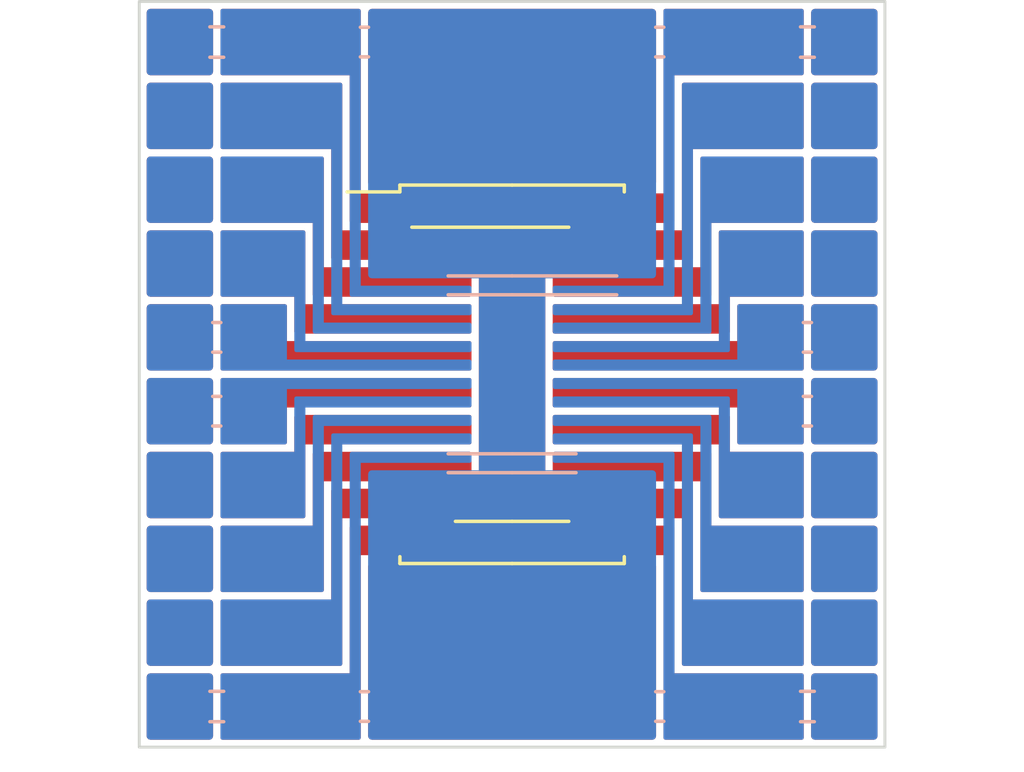
<source format=kicad_pcb>
(kicad_pcb (version 20211014) (generator pcbnew)
  (layers (0 "F.Cu" signal) (31 "B.Cu" signal) (34 "B.Paste" user) (35 "F.Paste" user) (36 "B.SilkS" user "B.Silkscreen") (37 "F.SilkS" user "F.Silkscreen") (38 "B.Mask" user) (39 "F.Mask" user) (44 "Edge.Cuts" user))
  (net 0 "")
  (footprint "Package_SO:SOIC-20W_7.5x12.8mm_P1.27mm" (layer "F.Cu") (at 152.4 101.6)
    (fp_text reference "REF**" hide)
    (fp_text value "SOIC-20W_7.5x12.8mm_P1.27mm")
    (fp_line (start 0 -6.51) (end -3.86 -6.51) (layer "F.SilkS") (width 0.12))
    (fp_line (start 0 6.51) (end 3.86 6.51) (layer "F.SilkS") (width 0.12))
    (fp_line (start -3.86 -6.275) (end -5.675 -6.275) (layer "F.SilkS") (width 0.12))
    (fp_line (start 3.86 -6.51) (end 3.86 -6.275) (layer "F.SilkS") (width 0.12))
    (fp_line (start 0 -6.51) (end 3.86 -6.51) (layer "F.SilkS") (width 0.12))
    (fp_line (start 0 6.51) (end -3.86 6.51) (layer "F.SilkS") (width 0.12))
    (fp_line (start 3.86 6.51) (end 3.86 6.275) (layer "F.SilkS") (width 0.12))
    (fp_line (start -3.86 -6.51) (end -3.86 -6.275) (layer "F.SilkS") (width 0.12))
    (fp_line (start -3.86 6.51) (end -3.86 6.275) (layer "F.SilkS") (width 0.12))
  )
  (footprint "Package_SO:SOIC-16_3.9x9.9mm_P1.27mm" (layer "F.Cu") (at 152.4 101.6)
    (fp_text reference "REF**" hide)
    (fp_text value "SOIC-16_3.9x9.9mm_P1.27mm")
    (fp_line (start 0 5.06) (end 1.95 5.06) (layer "F.SilkS") (width 0.12))
    (fp_line (start 0 5.06) (end -1.95 5.06) (layer "F.SilkS") (width 0.12))
    (fp_line (start 0 -5.06) (end -3.45 -5.06) (layer "F.SilkS") (width 0.12))
    (fp_line (start 0 -5.06) (end 1.95 -5.06) (layer "F.SilkS") (width 0.12))
  )
  (footprint "Resistor_SMD:R_0603_1608Metric" (layer "B.Cu") (at 162.56 90.17 180)
    (fp_text reference "REF**" hide)
    (fp_text value "R_0603_1608Metric")
    (fp_line (start -0.237258 0.5225) (end 0.237258 0.5225) (layer "B.SilkS") (width 0.12))
    (fp_line (start -0.237258 -0.5225) (end 0.237258 -0.5225) (layer "B.SilkS") (width 0.12))
  )
  (footprint "Capacitor_SMD:C_0603_1608Metric" (layer "B.Cu") (at 142.24 102.87 180)
    (fp_text reference "REF**" hide)
    (fp_text value "C_0603_1608Metric")
    (fp_line (start -0.14058 0.51) (end 0.14058 0.51) (layer "B.SilkS") (width 0.12))
    (fp_line (start -0.14058 -0.51) (end 0.14058 -0.51) (layer "B.SilkS") (width 0.12))
  )
  (footprint "Capacitor_SMD:C_0603_1608Metric" (layer "B.Cu") (at 147.32 90.17 180)
    (fp_text reference "REF**" hide)
    (fp_text value "C_0603_1608Metric")
    (fp_line (start -0.14058 0.51) (end 0.14058 0.51) (layer "B.SilkS") (width 0.12))
    (fp_line (start -0.14058 -0.51) (end 0.14058 -0.51) (layer "B.SilkS") (width 0.12))
  )
  (footprint "Package_SO:TSSOP-20_4.4x6.5mm_P0.65mm" (layer "B.Cu") (at 152.4 101.6 180)
    (fp_text reference "REF**" hide)
    (fp_text value "TSSOP-20_4.4x6.5mm_P0.65mm")
    (fp_line (start 0 -3.385) (end 2.2 -3.385) (layer "B.SilkS") (width 0.12))
    (fp_line (start 0 3.385) (end 2.2 3.385) (layer "B.SilkS") (width 0.12))
    (fp_line (start 0 -3.385) (end -2.2 -3.385) (layer "B.SilkS") (width 0.12))
    (fp_line (start 0 3.385) (end -3.6 3.385) (layer "B.SilkS") (width 0.12))
  )
  (footprint "Capacitor_SMD:C_0603_1608Metric" (layer "B.Cu") (at 162.56 102.87 180)
    (fp_text reference "REF**" hide)
    (fp_text value "C_0603_1608Metric")
    (fp_line (start -0.14058 0.51) (end 0.14058 0.51) (layer "B.SilkS") (width 0.12))
    (fp_line (start -0.14058 -0.51) (end 0.14058 -0.51) (layer "B.SilkS") (width 0.12))
  )
  (footprint "Capacitor_SMD:C_0603_1608Metric" (layer "B.Cu") (at 157.48 113.03 180)
    (fp_text reference "REF**" hide)
    (fp_text value "C_0603_1608Metric")
    (fp_line (start -0.14058 0.51) (end 0.14058 0.51) (layer "B.SilkS") (width 0.12))
    (fp_line (start -0.14058 -0.51) (end 0.14058 -0.51) (layer "B.SilkS") (width 0.12))
  )
  (footprint "Capacitor_SMD:C_0603_1608Metric" (layer "B.Cu") (at 162.56 100.33 180)
    (fp_text reference "REF**" hide)
    (fp_text value "C_0603_1608Metric")
    (fp_line (start -0.14058 0.51) (end 0.14058 0.51) (layer "B.SilkS") (width 0.12))
    (fp_line (start -0.14058 -0.51) (end 0.14058 -0.51) (layer "B.SilkS") (width 0.12))
  )
  (footprint "Resistor_SMD:R_0603_1608Metric" (layer "B.Cu") (at 142.24 90.17 180)
    (fp_text reference "REF**" hide)
    (fp_text value "R_0603_1608Metric")
    (fp_line (start -0.237258 0.5225) (end 0.237258 0.5225) (layer "B.SilkS") (width 0.12))
    (fp_line (start -0.237258 -0.5225) (end 0.237258 -0.5225) (layer "B.SilkS") (width 0.12))
  )
  (footprint "Capacitor_SMD:C_0603_1608Metric" (layer "B.Cu") (at 157.48 90.17 180)
    (fp_text reference "REF**" hide)
    (fp_text value "C_0603_1608Metric")
    (fp_line (start -0.14058 0.51) (end 0.14058 0.51) (layer "B.SilkS") (width 0.12))
    (fp_line (start -0.14058 -0.51) (end 0.14058 -0.51) (layer "B.SilkS") (width 0.12))
  )
  (footprint "Capacitor_SMD:C_0603_1608Metric" (layer "B.Cu") (at 147.32 113.03 180)
    (fp_text reference "REF**" hide)
    (fp_text value "C_0603_1608Metric")
    (fp_line (start -0.14058 0.51) (end 0.14058 0.51) (layer "B.SilkS") (width 0.12))
    (fp_line (start -0.14058 -0.51) (end 0.14058 -0.51) (layer "B.SilkS") (width 0.12))
  )
  (footprint "Resistor_SMD:R_0603_1608Metric" (layer "B.Cu") (at 162.56 113.03 180)
    (fp_text reference "REF**" hide)
    (fp_text value "R_0603_1608Metric")
    (fp_line (start -0.237258 0.5225) (end 0.237258 0.5225) (layer "B.SilkS") (width 0.12))
    (fp_line (start -0.237258 -0.5225) (end 0.237258 -0.5225) (layer "B.SilkS") (width 0.12))
  )
  (footprint "Package_SO:TSSOP-16_4.4x5mm_P0.65mm" (layer "B.Cu") (at 152.4 101.6 180)
    (fp_text reference "REF**" hide)
    (fp_text value "TSSOP-16_4.4x5mm_P0.65mm")
    (fp_line (start 0 -2.735) (end 2.2 -2.735) (layer "B.SilkS") (width 0.12))
    (fp_line (start 0 -2.735) (end -2.2 -2.735) (layer "B.SilkS") (width 0.12))
    (fp_line (start 0 2.735) (end -3.6 2.735) (layer "B.SilkS") (width 0.12))
    (fp_line (start 0 2.735) (end 2.2 2.735) (layer "B.SilkS") (width 0.12))
  )
  (footprint "Resistor_SMD:R_0603_1608Metric" (layer "B.Cu") (at 142.24 113.03 180)
    (fp_text reference "REF**" hide)
    (fp_text value "R_0603_1608Metric")
    (fp_line (start -0.237258 0.5225) (end 0.237258 0.5225) (layer "B.SilkS") (width 0.12))
    (fp_line (start -0.237258 -0.5225) (end 0.237258 -0.5225) (layer "B.SilkS") (width 0.12))
  )
  (footprint "Capacitor_SMD:C_0603_1608Metric" (layer "B.Cu") (at 142.24 100.33 180)
    (fp_text reference "REF**" hide)
    (fp_text value "C_0603_1608Metric")
    (fp_line (start -0.14058 0.51) (end 0.14058 0.51) (layer "B.SilkS") (width 0.12))
    (fp_line (start -0.14058 -0.51) (end 0.14058 -0.51) (layer "B.SilkS") (width 0.12))
  )
  (gr_rect (start 139.573 88.773) (end 165.227 114.427) (layer "Edge.Cuts") (width 0.1) (fill none))
  (zone (net 0) (net_name "") (layer "F.Cu") (connect_pads yes (clearance 0.127)) (min_thickness 0.127) (fill yes (thermal_gap 0.127) (thermal_bridge_width 0.508) (island_removal_mode 1) (island_area_min 0))
    (polygon (pts (xy 153.797 96.647) (xy 158.242 96.647) (xy 158.242 91.567) (xy 162.433 91.567) (xy 162.433 93.853) (xy 158.623 93.853) (xy 158.623 97.663) (xy 153.797 97.663)))
  )
  (zone (net 0) (net_name "") (layer "F.Cu") (connect_pads (clearance 0.127)) (min_thickness 0.254) (fill yes (thermal_gap 0.508) (thermal_bridge_width 0.508))
    (polygon (pts (xy 164.973 93.853) (xy 162.687 93.853) (xy 162.687 91.567) (xy 164.973 91.567)))
  )
  (zone (net 0) (net_name "") (layer "F.Cu") (connect_pads (clearance 0.127)) (min_thickness 0.254) (fill yes (thermal_gap 0.508) (thermal_bridge_width 0.508))
    (polygon (pts (xy 142.113 96.393) (xy 139.827 96.393) (xy 139.827 94.107) (xy 142.113 94.107)))
  )
  (zone (net 0) (net_name "") (layer "F.Cu") (connect_pads (clearance 0.127)) (min_thickness 0.254) (fill yes (thermal_gap 0.508) (thermal_bridge_width 0.508))
    (polygon (pts (xy 142.113 106.553) (xy 139.827 106.553) (xy 139.827 104.267) (xy 142.113 104.267)))
  )
  (zone (net 0) (net_name "") (layer "F.Cu") (connect_pads (clearance 0.127)) (min_thickness 0.254) (fill yes (thermal_gap 0.508) (thermal_bridge_width 0.508))
    (polygon (pts (xy 142.113 114.173) (xy 139.827 114.173) (xy 139.827 111.887) (xy 142.113 111.887)))
  )
  (zone (net 0) (net_name "") (layer "F.Cu") (connect_pads yes (clearance 0.127)) (min_thickness 0.127) (fill yes (thermal_gap 0.127) (thermal_bridge_width 0.508) (island_removal_mode 1) (island_area_min 0))
    (polygon (pts (xy 153.797 99.187) (xy 159.512 99.187) (xy 159.512 96.647) (xy 162.433 96.647) (xy 162.433 98.933) (xy 159.893 98.933) (xy 159.893 100.203) (xy 153.797 100.203)))
  )
  (zone (net 0) (net_name "") (layer "F.Cu") (connect_pads yes (clearance 0.127)) (min_thickness 0.127) (fill yes (thermal_gap 0.127) (thermal_bridge_width 0.508) (island_removal_mode 1) (island_area_min 0))
    (polygon (pts (xy 159.512 106.553) (xy 159.512 104.013) (xy 153.797 104.013) (xy 153.797 102.997) (xy 159.893 102.997) (xy 159.893 104.267) (xy 162.433 104.267) (xy 162.433 106.553)))
  )
  (zone (net 0) (net_name "") (layer "F.Cu") (connect_pads (clearance 0.127)) (min_thickness 0.254) (fill yes (thermal_gap 0.508) (thermal_bridge_width 0.508))
    (polygon (pts (xy 157.353 95.123) (xy 153.543 95.123) (xy 153.543 108.077) (xy 157.353 108.077) (xy 157.353 114.173) (xy 147.447 114.173) (xy 147.447 108.077) (xy 151.257 108.077) (xy 151.257 95.123) (xy 147.447 95.123) (xy 147.447 89.027) (xy 157.353 89.027)))
  )
  (zone (net 0) (net_name "") (layer "F.Cu") (connect_pads (clearance 0.127)) (min_thickness 0.254) (fill yes (thermal_gap 0.508) (thermal_bridge_width 0.508))
    (polygon (pts (xy 164.973 96.393) (xy 162.687 96.393) (xy 162.687 94.107) (xy 164.973 94.107)))
  )
  (zone (net 0) (net_name "") (layer "F.Cu") (connect_pads (clearance 0.127)) (min_thickness 0.254) (fill yes (thermal_gap 0.508) (thermal_bridge_width 0.508))
    (polygon (pts (xy 142.113 109.093) (xy 139.827 109.093) (xy 139.827 106.807) (xy 142.113 106.807)))
  )
  (zone (net 0) (net_name "") (layer "F.Cu") (connect_pads (clearance 0.127)) (min_thickness 0.254) (fill yes (thermal_gap 0.508) (thermal_bridge_width 0.508))
    (polygon (pts (xy 164.973 106.553) (xy 162.687 106.553) (xy 162.687 104.267) (xy 164.973 104.267)))
  )
  (zone (net 0) (net_name "") (layer "F.Cu") (connect_pads yes (clearance 0.127)) (min_thickness 0.127) (fill yes (thermal_gap 0.127) (thermal_bridge_width 0.508) (island_removal_mode 1) (island_area_min 0))
    (polygon (pts (xy 158.877 109.093) (xy 158.877 105.283) (xy 153.797 105.283) (xy 153.797 104.267) (xy 159.258 104.267) (xy 159.258 106.807) (xy 162.433 106.807) (xy 162.433 109.093)))
  )
  (zone (net 0) (net_name "") (layer "F.Cu") (connect_pads (clearance 0.127)) (min_thickness 0.254) (fill yes (thermal_gap 0.508) (thermal_bridge_width 0.508))
    (polygon (pts (xy 164.973 109.093) (xy 162.687 109.093) (xy 162.687 106.807) (xy 164.973 106.807)))
  )
  (zone (net 0) (net_name "") (layer "F.Cu") (connect_pads (clearance 0.127)) (min_thickness 0.254) (fill yes (thermal_gap 0.508) (thermal_bridge_width 0.508))
    (polygon (pts (xy 142.113 104.013) (xy 139.827 104.013) (xy 139.827 101.727) (xy 142.113 101.727)))
  )
  (zone (net 0) (net_name "") (layer "F.Cu") (connect_pads yes (clearance 0.127)) (min_thickness 0.127) (fill yes (thermal_gap 0.127) (thermal_bridge_width 0.508) (island_removal_mode 1) (island_area_min 0))
    (polygon (pts (xy 158.242 111.633) (xy 158.242 106.553) (xy 153.797 106.553) (xy 153.797 105.537) (xy 158.623 105.537) (xy 158.623 109.347) (xy 162.433 109.347) (xy 162.433 111.633)))
  )
  (zone (net 0) (net_name "") (layer "F.Cu") (connect_pads yes (clearance 0.127)) (min_thickness 0.127) (fill yes (thermal_gap 0.127) (thermal_bridge_width 0.508) (island_removal_mode 1) (island_area_min 0))
    (polygon (pts (xy 145.923 94.107) (xy 145.923 97.917) (xy 151.003 97.917) (xy 151.003 98.933) (xy 145.542 98.933) (xy 145.542 96.393) (xy 142.367 96.393) (xy 142.367 94.107)))
  )
  (zone (net 0) (net_name "") (layer "F.Cu") (connect_pads (clearance 0.127)) (min_thickness 0.254) (fill yes (thermal_gap 0.508) (thermal_bridge_width 0.508))
    (polygon (pts (xy 164.973 111.633) (xy 162.687 111.633) (xy 162.687 109.347) (xy 164.973 109.347)))
  )
  (zone (net 0) (net_name "") (layer "F.Cu") (connect_pads yes (clearance 0.127)) (min_thickness 0.127) (fill yes (thermal_gap 0.127) (thermal_bridge_width 0.508) (island_removal_mode 1) (island_area_min 0))
    (polygon (pts (xy 151.003 102.743) (xy 144.653 102.743) (xy 144.653 104.013) (xy 142.367 104.013) (xy 142.367 101.727) (xy 151.003 101.727)))
  )
  (zone (net 0) (net_name "") (layer "F.Cu") (connect_pads (clearance 0.127)) (min_thickness 0.254) (fill yes (thermal_gap 0.508) (thermal_bridge_width 0.508))
    (polygon (pts (xy 164.973 101.473) (xy 162.687 101.473) (xy 162.687 99.187) (xy 164.973 99.187)))
  )
  (zone (net 0) (net_name "") (layer "F.Cu") (connect_pads yes (clearance 0.127)) (min_thickness 0.127) (fill yes (thermal_gap 0.127) (thermal_bridge_width 0.508) (island_removal_mode 1) (island_area_min 0))
    (polygon (pts (xy 157.607 114.173) (xy 157.607 107.823) (xy 153.797 107.823) (xy 153.797 106.807) (xy 157.988 106.807) (xy 157.988 111.887) (xy 162.433 111.887) (xy 162.433 114.173)))
  )
  (zone (net 0) (net_name "") (layer "F.Cu") (connect_pads yes (clearance 0.127)) (min_thickness 0.127) (fill yes (thermal_gap 0.127) (thermal_bridge_width 0.508) (island_removal_mode 1) (island_area_min 0))
    (polygon (pts (xy 153.797 100.457) (xy 160.147 100.457) (xy 160.147 99.187) (xy 162.433 99.187) (xy 162.433 101.473) (xy 153.797 101.473)))
  )
  (zone (net 0) (net_name "") (layer "F.Cu") (connect_pads yes (clearance 0.127)) (min_thickness 0.127) (fill yes (thermal_gap 0.127) (thermal_bridge_width 0.508) (island_removal_mode 1) (island_area_min 0))
    (polygon (pts (xy 146.558 91.567) (xy 146.558 96.647) (xy 151.003 96.647) (xy 151.003 97.663) (xy 146.177 97.663) (xy 146.177 93.853) (xy 142.367 93.853) (xy 142.367 91.567)))
  )
  (zone (net 0) (net_name "") (layer "F.Cu") (connect_pads yes (clearance 0.127)) (min_thickness 0.127) (fill yes (thermal_gap 0.127) (thermal_bridge_width 0.508) (island_removal_mode 1) (island_area_min 0))
    (polygon (pts (xy 151.003 106.553) (xy 146.558 106.553) (xy 146.558 111.633) (xy 142.367 111.633) (xy 142.367 109.347) (xy 146.177 109.347) (xy 146.177 105.537) (xy 151.003 105.537)))
  )
  (zone (net 0) (net_name "") (layer "F.Cu") (connect_pads (clearance 0.127)) (min_thickness 0.254) (fill yes (thermal_gap 0.508) (thermal_bridge_width 0.508))
    (polygon (pts (xy 164.973 91.313) (xy 162.687 91.313) (xy 162.687 89.027) (xy 164.973 89.027)))
  )
  (zone (net 0) (net_name "") (layer "F.Cu") (connect_pads yes (clearance 0.127)) (min_thickness 0.127) (fill yes (thermal_gap 0.127) (thermal_bridge_width 0.508) (island_removal_mode 1) (island_area_min 0))
    (polygon (pts (xy 153.797 97.917) (xy 158.877 97.917) (xy 158.877 94.107) (xy 162.433 94.107) (xy 162.433 96.393) (xy 159.258 96.393) (xy 159.258 98.933) (xy 153.797 98.933)))
  )
  (zone (net 0) (net_name "") (layer "F.Cu") (connect_pads yes (clearance 0.127)) (min_thickness 0.127) (fill yes (thermal_gap 0.127) (thermal_bridge_width 0.508) (island_removal_mode 1) (island_area_min 0))
    (polygon (pts (xy 147.193 89.027) (xy 147.193 95.377) (xy 151.003 95.377) (xy 151.003 96.393) (xy 146.812 96.393) (xy 146.812 91.313) (xy 142.367 91.313) (xy 142.367 89.027)))
  )
  (zone (net 0) (net_name "") (layer "F.Cu") (connect_pads (clearance 0.127)) (min_thickness 0.254) (fill yes (thermal_gap 0.508) (thermal_bridge_width 0.508))
    (polygon (pts (xy 142.113 101.473) (xy 139.827 101.473) (xy 139.827 99.187) (xy 142.113 99.187)))
  )
  (zone (net 0) (net_name "") (layer "F.Cu") (connect_pads yes (clearance 0.127)) (min_thickness 0.127) (fill yes (thermal_gap 0.127) (thermal_bridge_width 0.508) (island_removal_mode 1) (island_area_min 0))
    (polygon (pts (xy 153.797 95.377) (xy 157.607 95.377) (xy 157.607 89.027) (xy 162.433 89.027) (xy 162.433 91.313) (xy 157.988 91.313) (xy 157.988 96.393) (xy 153.797 96.393)))
  )
  (zone (net 0) (net_name "") (layer "F.Cu") (connect_pads (clearance 0.127)) (min_thickness 0.254) (fill yes (thermal_gap 0.508) (thermal_bridge_width 0.508))
    (polygon (pts (xy 164.973 104.013) (xy 162.687 104.013) (xy 162.687 101.727) (xy 164.973 101.727)))
  )
  (zone (net 0) (net_name "") (layer "F.Cu") (connect_pads yes (clearance 0.127)) (min_thickness 0.127) (fill yes (thermal_gap 0.127) (thermal_bridge_width 0.508) (island_removal_mode 1) (island_area_min 0))
    (polygon (pts (xy 160.147 102.743) (xy 153.797 102.743) (xy 153.797 101.727) (xy 162.433 101.727) (xy 162.433 104.013) (xy 160.147 104.013)))
  )
  (zone (net 0) (net_name "") (layer "F.Cu") (connect_pads (clearance 0.127)) (min_thickness 0.254) (fill yes (thermal_gap 0.508) (thermal_bridge_width 0.508))
    (polygon (pts (xy 164.973 98.933) (xy 162.687 98.933) (xy 162.687 96.647) (xy 164.973 96.647)))
  )
  (zone (net 0) (net_name "") (layer "F.Cu") (connect_pads (clearance 0.127)) (min_thickness 0.254) (fill yes (thermal_gap 0.508) (thermal_bridge_width 0.508))
    (polygon (pts (xy 142.113 111.633) (xy 139.827 111.633) (xy 139.827 109.347) (xy 142.113 109.347)))
  )
  (zone (net 0) (net_name "") (layer "F.Cu") (connect_pads yes (clearance 0.127)) (min_thickness 0.127) (fill yes (thermal_gap 0.127) (thermal_bridge_width 0.508) (island_removal_mode 1) (island_area_min 0))
    (polygon (pts (xy 145.288 96.647) (xy 145.288 99.187) (xy 151.003 99.187) (xy 151.003 100.203) (xy 144.907 100.203) (xy 144.907 98.933) (xy 142.367 98.933) (xy 142.367 96.647)))
  )
  (zone (net 0) (net_name "") (layer "F.Cu") (connect_pads (clearance 0.127)) (min_thickness 0.254) (fill yes (thermal_gap 0.508) (thermal_bridge_width 0.508))
    (polygon (pts (xy 142.113 93.853) (xy 139.827 93.853) (xy 139.827 91.567) (xy 142.113 91.567)))
  )
  (zone (net 0) (net_name "") (layer "F.Cu") (connect_pads (clearance 0.127)) (min_thickness 0.254) (fill yes (thermal_gap 0.508) (thermal_bridge_width 0.508))
    (polygon (pts (xy 142.113 98.933) (xy 139.827 98.933) (xy 139.827 96.647) (xy 142.113 96.647)))
  )
  (zone (net 0) (net_name "") (layer "F.Cu") (connect_pads yes (clearance 0.127)) (min_thickness 0.127) (fill yes (thermal_gap 0.127) (thermal_bridge_width 0.508) (island_removal_mode 1) (island_area_min 0))
    (polygon (pts (xy 151.003 107.823) (xy 147.193 107.823) (xy 147.193 114.173) (xy 142.367 114.173) (xy 142.367 111.887) (xy 146.812 111.887) (xy 146.812 106.807) (xy 151.003 106.807)))
  )
  (zone (net 0) (net_name "") (layer "F.Cu") (connect_pads yes (clearance 0.127)) (min_thickness 0.127) (fill yes (thermal_gap 0.127) (thermal_bridge_width 0.508) (island_removal_mode 1) (island_area_min 0))
    (polygon (pts (xy 144.653 100.457) (xy 151.003 100.457) (xy 151.003 101.473) (xy 142.367 101.473) (xy 142.367 99.187) (xy 144.653 99.187)))
  )
  (zone (net 0) (net_name "") (layer "F.Cu") (connect_pads yes (clearance 0.127)) (min_thickness 0.127) (fill yes (thermal_gap 0.127) (thermal_bridge_width 0.508) (island_removal_mode 1) (island_area_min 0))
    (polygon (pts (xy 151.003 105.283) (xy 145.923 105.283) (xy 145.923 109.093) (xy 142.367 109.093) (xy 142.367 106.807) (xy 145.542 106.807) (xy 145.542 104.267) (xy 151.003 104.267)))
  )
  (zone (net 0) (net_name "") (layer "F.Cu") (connect_pads yes (clearance 0.127)) (min_thickness 0.127) (fill yes (thermal_gap 0.127) (thermal_bridge_width 0.508) (island_removal_mode 1) (island_area_min 0))
    (polygon (pts (xy 151.003 104.013) (xy 145.288 104.013) (xy 145.288 106.553) (xy 142.367 106.553) (xy 142.367 104.267) (xy 144.907 104.267) (xy 144.907 102.997) (xy 151.003 102.997)))
  )
  (zone (net 0) (net_name "") (layer "F.Cu") (connect_pads (clearance 0.127)) (min_thickness 0.254) (fill yes (thermal_gap 0.508) (thermal_bridge_width 0.508))
    (polygon (pts (xy 164.973 114.173) (xy 162.687 114.173) (xy 162.687 111.887) (xy 164.973 111.887)))
  )
  (zone (net 0) (net_name "") (layer "F.Cu") (connect_pads (clearance 0.127)) (min_thickness 0.254) (fill yes (thermal_gap 0.508) (thermal_bridge_width 0.508))
    (polygon (pts (xy 142.113 91.313) (xy 139.827 91.313) (xy 139.827 89.027) (xy 142.113 89.027)))
  )
  (zone (net 0) (net_name "") (layer "B.Cu") (connect_pads yes (clearance 0.127)) (min_thickness 0.127) (fill yes (thermal_gap 0.127) (thermal_bridge_width 0.508) (island_removal_mode 1) (island_area_min 0))
    (polygon (pts (xy 151.003 100.457) (xy 145.288 100.457) (xy 145.288 96.647) (xy 142.367 96.647) (xy 142.367 98.933) (xy 144.907 98.933) (xy 144.907 100.838) (xy 151.003 100.838)))
  )
  (zone (net 0) (net_name "") (layer "B.Cu") (connect_pads yes (clearance 0.127)) (min_thickness 0.127) (fill yes (thermal_gap 0.127) (thermal_bridge_width 0.508) (island_removal_mode 1) (island_area_min 0))
    (polygon (pts (xy 151.003 99.187) (xy 146.558 99.187) (xy 146.558 91.567) (xy 142.367 91.567) (xy 142.367 93.853) (xy 146.177 93.853) (xy 146.177 99.568) (xy 151.003 99.568)))
  )
  (zone (net 0) (net_name "") (layer "B.Cu") (connect_pads (clearance 0.127)) (min_thickness 0.254) (fill yes (thermal_gap 0.508) (thermal_bridge_width 0.508))
    (polygon (pts (xy 147.447 98.298) (xy 151.257 98.298) (xy 151.257 104.902) (xy 147.447 104.902) (xy 147.447 114.173) (xy 157.353 114.173) (xy 157.353 104.902) (xy 153.543 104.902) (xy 153.543 98.298) (xy 157.353 98.298) (xy 157.353 89.027) (xy 147.447 89.027)))
  )
  (zone (net 0) (net_name "") (layer "B.Cu") (connect_pads yes (clearance 0.127)) (min_thickness 0.127) (fill yes (thermal_gap 0.127) (thermal_bridge_width 0.508) (island_removal_mode 1) (island_area_min 0))
    (polygon (pts (xy 158.242 91.567) (xy 158.242 99.187) (xy 153.797 99.187) (xy 153.797 99.568) (xy 158.623 99.568) (xy 158.623 93.853) (xy 162.433 93.853) (xy 162.433 91.567)))
  )
  (zone (net 0) (net_name "") (layer "B.Cu") (connect_pads (clearance 0.127)) (min_thickness 0.254) (fill yes (thermal_gap 0.508) (thermal_bridge_width 0.508))
    (polygon (pts (xy 162.687 111.633) (xy 164.973 111.633) (xy 164.973 109.347) (xy 162.687 109.347)))
  )
  (zone (net 0) (net_name "") (layer "B.Cu") (connect_pads (clearance 0.127)) (min_thickness 0.254) (fill yes (thermal_gap 0.508) (thermal_bridge_width 0.508))
    (polygon (pts (xy 139.827 91.313) (xy 142.113 91.313) (xy 142.113 89.027) (xy 139.827 89.027)))
  )
  (zone (net 0) (net_name "") (layer "B.Cu") (connect_pads yes (clearance 0.127)) (min_thickness 0.127) (fill yes (thermal_gap 0.127) (thermal_bridge_width 0.508) (island_removal_mode 1) (island_area_min 0))
    (polygon (pts (xy 153.797 103.378) (xy 158.877 103.378) (xy 158.877 109.093) (xy 162.433 109.093) (xy 162.433 106.807) (xy 159.258 106.807) (xy 159.258 102.997) (xy 153.797 102.997)))
  )
  (zone (net 0) (net_name "") (layer "B.Cu") (connect_pads yes (clearance 0.127)) (min_thickness 0.127) (fill yes (thermal_gap 0.127) (thermal_bridge_width 0.508) (island_removal_mode 1) (island_area_min 0))
    (polygon (pts (xy 147.193 114.173) (xy 147.193 104.648) (xy 151.003 104.648) (xy 151.003 104.267) (xy 146.812 104.267) (xy 146.812 111.887) (xy 142.367 111.887) (xy 142.367 114.173)))
  )
  (zone (net 0) (net_name "") (layer "B.Cu") (connect_pads yes (clearance 0.127)) (min_thickness 0.127) (fill yes (thermal_gap 0.127) (thermal_bridge_width 0.508) (island_removal_mode 1) (island_area_min 0))
    (polygon (pts (xy 158.877 94.107) (xy 158.877 99.822) (xy 153.797 99.822) (xy 153.797 100.203) (xy 159.258 100.203) (xy 159.258 96.393) (xy 162.433 96.393) (xy 162.433 94.107)))
  )
  (zone (net 0) (net_name "") (layer "B.Cu") (connect_pads yes (clearance 0.127)) (min_thickness 0.127) (fill yes (thermal_gap 0.127) (thermal_bridge_width 0.508) (island_removal_mode 1) (island_area_min 0))
    (polygon (pts (xy 145.288 106.553) (xy 145.288 102.743) (xy 151.003 102.743) (xy 151.003 102.362) (xy 144.907 102.362) (xy 144.907 104.267) (xy 142.367 104.267) (xy 142.367 106.553)))
  )
  (zone (net 0) (net_name "") (layer "B.Cu") (connect_pads yes (clearance 0.127)) (min_thickness 0.127) (fill yes (thermal_gap 0.127) (thermal_bridge_width 0.508) (island_removal_mode 1) (island_area_min 0))
    (polygon (pts (xy 146.558 111.633) (xy 146.558 104.013) (xy 151.003 104.013) (xy 151.003 103.632) (xy 146.177 103.632) (xy 146.177 109.347) (xy 142.367 109.347) (xy 142.367 111.633)))
  )
  (zone (net 0) (net_name "") (layer "B.Cu") (connect_pads yes (clearance 0.127)) (min_thickness 0.127) (fill yes (thermal_gap 0.127) (thermal_bridge_width 0.508) (island_removal_mode 1) (island_area_min 0))
    (polygon (pts (xy 157.607 89.027) (xy 157.607 98.552) (xy 153.797 98.552) (xy 153.797 98.933) (xy 157.988 98.933) (xy 157.988 91.313) (xy 162.433 91.313) (xy 162.433 89.027)))
  )
  (zone (net 0) (net_name "") (layer "B.Cu") (connect_pads yes (clearance 0.127)) (min_thickness 0.127) (fill yes (thermal_gap 0.127) (thermal_bridge_width 0.508) (island_removal_mode 1) (island_area_min 0))
    (polygon (pts (xy 153.797 104.648) (xy 157.607 104.648) (xy 157.607 114.173) (xy 162.433 114.173) (xy 162.433 111.887) (xy 157.988 111.887) (xy 157.988 104.267) (xy 153.797 104.267)))
  )
  (zone (net 0) (net_name "") (layer "B.Cu") (connect_pads (clearance 0.127)) (min_thickness 0.254) (fill yes (thermal_gap 0.508) (thermal_bridge_width 0.508))
    (polygon (pts (xy 162.687 109.093) (xy 164.973 109.093) (xy 164.973 106.807) (xy 162.687 106.807)))
  )
  (zone (net 0) (net_name "") (layer "B.Cu") (connect_pads (clearance 0.127)) (min_thickness 0.254) (fill yes (thermal_gap 0.508) (thermal_bridge_width 0.508))
    (polygon (pts (xy 162.687 101.473) (xy 164.973 101.473) (xy 164.973 99.187) (xy 162.687 99.187)))
  )
  (zone (net 0) (net_name "") (layer "B.Cu") (connect_pads yes (clearance 0.127)) (min_thickness 0.127) (fill yes (thermal_gap 0.127) (thermal_bridge_width 0.508) (island_removal_mode 1) (island_area_min 0))
    (polygon (pts (xy 160.147 101.092) (xy 153.797 101.092) (xy 153.797 101.473) (xy 162.433 101.473) (xy 162.433 99.187) (xy 160.147 99.187)))
  )
  (zone (net 0) (net_name "") (layer "B.Cu") (connect_pads yes (clearance 0.127)) (min_thickness 0.127) (fill yes (thermal_gap 0.127) (thermal_bridge_width 0.508) (island_removal_mode 1) (island_area_min 0))
    (polygon (pts (xy 151.003 101.092) (xy 144.653 101.092) (xy 144.653 99.187) (xy 142.367 99.187) (xy 142.367 101.473) (xy 151.003 101.473)))
  )
  (zone (net 0) (net_name "") (layer "B.Cu") (connect_pads yes (clearance 0.127)) (min_thickness 0.127) (fill yes (thermal_gap 0.127) (thermal_bridge_width 0.508) (island_removal_mode 1) (island_area_min 0))
    (polygon (pts (xy 153.797 102.743) (xy 159.512 102.743) (xy 159.512 106.553) (xy 162.433 106.553) (xy 162.433 104.267) (xy 159.893 104.267) (xy 159.893 102.362) (xy 153.797 102.362)))
  )
  (zone (net 0) (net_name "") (layer "B.Cu") (connect_pads (clearance 0.127)) (min_thickness 0.254) (fill yes (thermal_gap 0.508) (thermal_bridge_width 0.508))
    (polygon (pts (xy 162.687 106.553) (xy 164.973 106.553) (xy 164.973 104.267) (xy 162.687 104.267)))
  )
  (zone (net 0) (net_name "") (layer "B.Cu") (connect_pads (clearance 0.127)) (min_thickness 0.254) (fill yes (thermal_gap 0.508) (thermal_bridge_width 0.508))
    (polygon (pts (xy 139.827 104.013) (xy 142.113 104.013) (xy 142.113 101.727) (xy 139.827 101.727)))
  )
  (zone (net 0) (net_name "") (layer "B.Cu") (connect_pads (clearance 0.127)) (min_thickness 0.254) (fill yes (thermal_gap 0.508) (thermal_bridge_width 0.508))
    (polygon (pts (xy 162.687 93.853) (xy 164.973 93.853) (xy 164.973 91.567) (xy 162.687 91.567)))
  )
  (zone (net 0) (net_name "") (layer "B.Cu") (connect_pads (clearance 0.127)) (min_thickness 0.254) (fill yes (thermal_gap 0.508) (thermal_bridge_width 0.508))
    (polygon (pts (xy 162.687 91.313) (xy 164.973 91.313) (xy 164.973 89.027) (xy 162.687 89.027)))
  )
  (zone (net 0) (net_name "") (layer "B.Cu") (connect_pads yes (clearance 0.127)) (min_thickness 0.127) (fill yes (thermal_gap 0.127) (thermal_bridge_width 0.508) (island_removal_mode 1) (island_area_min 0))
    (polygon (pts (xy 151.003 98.552) (xy 147.193 98.552) (xy 147.193 89.027) (xy 142.367 89.027) (xy 142.367 91.313) (xy 146.812 91.313) (xy 146.812 98.933) (xy 151.003 98.933)))
  )
  (zone (net 0) (net_name "") (layer "B.Cu") (connect_pads (clearance 0.127)) (min_thickness 0.254) (fill yes (thermal_gap 0.508) (thermal_bridge_width 0.508))
    (polygon (pts (xy 139.827 101.473) (xy 142.113 101.473) (xy 142.113 99.187) (xy 139.827 99.187)))
  )
  (zone (net 0) (net_name "") (layer "B.Cu") (connect_pads yes (clearance 0.127)) (min_thickness 0.127) (fill yes (thermal_gap 0.127) (thermal_bridge_width 0.508) (island_removal_mode 1) (island_area_min 0))
    (polygon (pts (xy 144.653 102.108) (xy 151.003 102.108) (xy 151.003 101.727) (xy 142.367 101.727) (xy 142.367 104.013) (xy 144.653 104.013)))
  )
  (zone (net 0) (net_name "") (layer "B.Cu") (connect_pads (clearance 0.127)) (min_thickness 0.254) (fill yes (thermal_gap 0.508) (thermal_bridge_width 0.508))
    (polygon (pts (xy 139.827 98.933) (xy 142.113 98.933) (xy 142.113 96.647) (xy 139.827 96.647)))
  )
  (zone (net 0) (net_name "") (layer "B.Cu") (connect_pads yes (clearance 0.127)) (min_thickness 0.127) (fill yes (thermal_gap 0.127) (thermal_bridge_width 0.508) (island_removal_mode 1) (island_area_min 0))
    (polygon (pts (xy 159.512 96.647) (xy 159.512 100.457) (xy 153.797 100.457) (xy 153.797 100.838) (xy 159.893 100.838) (xy 159.893 98.933) (xy 162.433 98.933) (xy 162.433 96.647)))
  )
  (zone (net 0) (net_name "") (layer "B.Cu") (connect_pads (clearance 0.127)) (min_thickness 0.254) (fill yes (thermal_gap 0.508) (thermal_bridge_width 0.508))
    (polygon (pts (xy 139.827 111.633) (xy 142.113 111.633) (xy 142.113 109.347) (xy 139.827 109.347)))
  )
  (zone (net 0) (net_name "") (layer "B.Cu") (connect_pads yes (clearance 0.127)) (min_thickness 0.127) (fill yes (thermal_gap 0.127) (thermal_bridge_width 0.508) (island_removal_mode 1) (island_area_min 0))
    (polygon (pts (xy 153.797 104.013) (xy 158.242 104.013) (xy 158.242 111.633) (xy 162.433 111.633) (xy 162.433 109.347) (xy 158.623 109.347) (xy 158.623 103.632) (xy 153.797 103.632)))
  )
  (zone (net 0) (net_name "") (layer "B.Cu") (connect_pads (clearance 0.127)) (min_thickness 0.254) (fill yes (thermal_gap 0.508) (thermal_bridge_width 0.508))
    (polygon (pts (xy 139.827 93.853) (xy 142.113 93.853) (xy 142.113 91.567) (xy 139.827 91.567)))
  )
  (zone (net 0) (net_name "") (layer "B.Cu") (connect_pads (clearance 0.127)) (min_thickness 0.254) (fill yes (thermal_gap 0.508) (thermal_bridge_width 0.508))
    (polygon (pts (xy 162.687 98.933) (xy 164.973 98.933) (xy 164.973 96.647) (xy 162.687 96.647)))
  )
  (zone (net 0) (net_name "") (layer "B.Cu") (connect_pads (clearance 0.127)) (min_thickness 0.254) (fill yes (thermal_gap 0.508) (thermal_bridge_width 0.508))
    (polygon (pts (xy 139.827 109.093) (xy 142.113 109.093) (xy 142.113 106.807) (xy 139.827 106.807)))
  )
  (zone (net 0) (net_name "") (layer "B.Cu") (connect_pads yes (clearance 0.127)) (min_thickness 0.127) (fill yes (thermal_gap 0.127) (thermal_bridge_width 0.508) (island_removal_mode 1) (island_area_min 0))
    (polygon (pts (xy 153.797 102.108) (xy 160.147 102.108) (xy 160.147 104.013) (xy 162.433 104.013) (xy 162.433 101.727) (xy 153.797 101.727)))
  )
  (zone (net 0) (net_name "") (layer "B.Cu") (connect_pads (clearance 0.127)) (min_thickness 0.254) (fill yes (thermal_gap 0.508) (thermal_bridge_width 0.508))
    (polygon (pts (xy 162.687 114.173) (xy 164.973 114.173) (xy 164.973 111.887) (xy 162.687 111.887)))
  )
  (zone (net 0) (net_name "") (layer "B.Cu") (connect_pads yes (clearance 0.127)) (min_thickness 0.127) (fill yes (thermal_gap 0.127) (thermal_bridge_width 0.508) (island_removal_mode 1) (island_area_min 0))
    (polygon (pts (xy 151.003 99.822) (xy 145.923 99.822) (xy 145.923 94.107) (xy 142.367 94.107) (xy 142.367 96.393) (xy 145.542 96.393) (xy 145.542 100.203) (xy 151.003 100.203)))
  )
  (zone (net 0) (net_name "") (layer "B.Cu") (connect_pads (clearance 0.127)) (min_thickness 0.254) (fill yes (thermal_gap 0.508) (thermal_bridge_width 0.508))
    (polygon (pts (xy 139.827 114.173) (xy 142.113 114.173) (xy 142.113 111.887) (xy 139.827 111.887)))
  )
  (zone (net 0) (net_name "") (layer "B.Cu") (connect_pads (clearance 0.127)) (min_thickness 0.254) (fill yes (thermal_gap 0.508) (thermal_bridge_width 0.508))
    (polygon (pts (xy 162.687 96.393) (xy 164.973 96.393) (xy 164.973 94.107) (xy 162.687 94.107)))
  )
  (zone (net 0) (net_name "") (layer "B.Cu") (connect_pads yes (clearance 0.127)) (min_thickness 0.127) (fill yes (thermal_gap 0.127) (thermal_bridge_width 0.508) (island_removal_mode 1) (island_area_min 0))
    (polygon (pts (xy 145.923 109.093) (xy 145.923 103.378) (xy 151.003 103.378) (xy 151.003 102.997) (xy 145.542 102.997) (xy 145.542 106.807) (xy 142.367 106.807) (xy 142.367 109.093)))
  )
  (zone (net 0) (net_name "") (layer "B.Cu") (connect_pads (clearance 0.127)) (min_thickness 0.254) (fill yes (thermal_gap 0.508) (thermal_bridge_width 0.508))
    (polygon (pts (xy 162.687 104.013) (xy 164.973 104.013) (xy 164.973 101.727) (xy 162.687 101.727)))
  )
  (zone (net 0) (net_name "") (layer "B.Cu") (connect_pads (clearance 0.127)) (min_thickness 0.254) (fill yes (thermal_gap 0.508) (thermal_bridge_width 0.508))
    (polygon (pts (xy 139.827 106.553) (xy 142.113 106.553) (xy 142.113 104.267) (xy 139.827 104.267)))
  )
  (zone (net 0) (net_name "") (layer "B.Cu") (connect_pads (clearance 0.127)) (min_thickness 0.254) (fill yes (thermal_gap 0.508) (thermal_bridge_width 0.508))
    (polygon (pts (xy 139.827 96.393) (xy 142.113 96.393) (xy 142.113 94.107) (xy 139.827 94.107)))
  )
)
</source>
